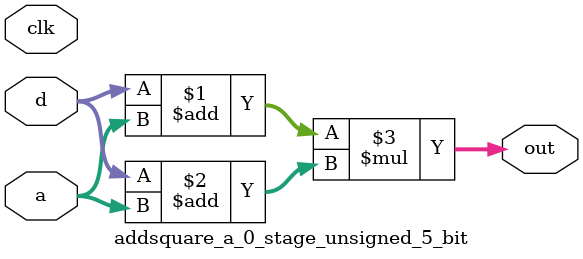
<source format=sv>
(* use_dsp = "yes" *) module addsquare_a_0_stage_unsigned_5_bit(
	input  [4:0] a,
	input  [4:0] d,
	output [4:0] out,
	input clk);

	assign out = (d + a) * (d + a);
endmodule

</source>
